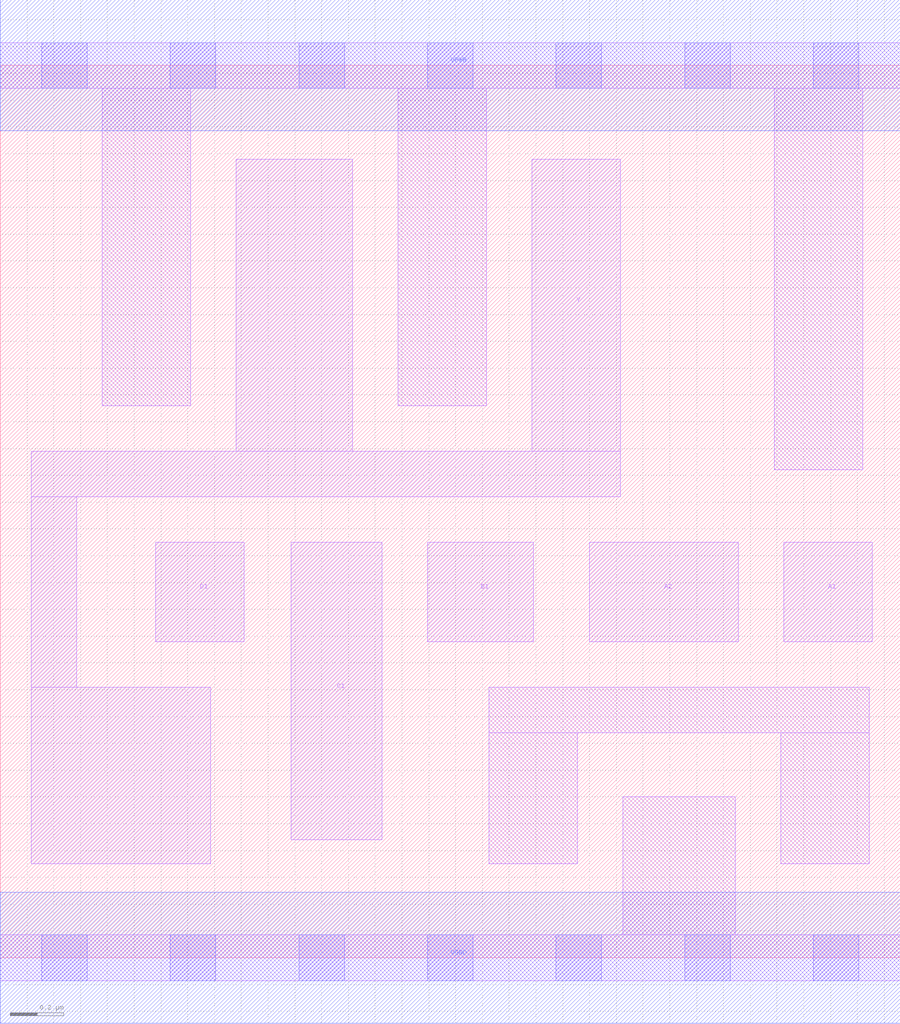
<source format=lef>
# Copyright 2020 The SkyWater PDK Authors
#
# Licensed under the Apache License, Version 2.0 (the "License");
# you may not use this file except in compliance with the License.
# You may obtain a copy of the License at
#
#     https://www.apache.org/licenses/LICENSE-2.0
#
# Unless required by applicable law or agreed to in writing, software
# distributed under the License is distributed on an "AS IS" BASIS,
# WITHOUT WARRANTIES OR CONDITIONS OF ANY KIND, either express or implied.
# See the License for the specific language governing permissions and
# limitations under the License.
#
# SPDX-License-Identifier: Apache-2.0

VERSION 5.5 ;
NAMESCASESENSITIVE ON ;
BUSBITCHARS "[]" ;
DIVIDERCHAR "/" ;
MACRO sky130_fd_sc_ls__o2111ai_1
  CLASS CORE ;
  SOURCE USER ;
  ORIGIN  0.000000  0.000000 ;
  SIZE  3.360000 BY  3.330000 ;
  SYMMETRY X Y ;
  SITE unit ;
  PIN A1
    ANTENNAGATEAREA  0.279000 ;
    DIRECTION INPUT ;
    USE SIGNAL ;
    PORT
      LAYER li1 ;
        RECT 2.925000 1.180000 3.255000 1.550000 ;
    END
  END A1
  PIN A2
    ANTENNAGATEAREA  0.279000 ;
    DIRECTION INPUT ;
    USE SIGNAL ;
    PORT
      LAYER li1 ;
        RECT 2.200000 1.180000 2.755000 1.550000 ;
    END
  END A2
  PIN B1
    ANTENNAGATEAREA  0.279000 ;
    DIRECTION INPUT ;
    USE SIGNAL ;
    PORT
      LAYER li1 ;
        RECT 1.595000 1.180000 1.990000 1.550000 ;
    END
  END B1
  PIN C1
    ANTENNAGATEAREA  0.279000 ;
    DIRECTION INPUT ;
    USE SIGNAL ;
    PORT
      LAYER li1 ;
        RECT 1.085000 0.440000 1.425000 1.550000 ;
    END
  END C1
  PIN D1
    ANTENNAGATEAREA  0.279000 ;
    DIRECTION INPUT ;
    USE SIGNAL ;
    PORT
      LAYER li1 ;
        RECT 0.580000 1.180000 0.910000 1.550000 ;
    END
  END D1
  PIN Y
    ANTENNADIFFAREA  1.162500 ;
    DIRECTION OUTPUT ;
    USE SIGNAL ;
    PORT
      LAYER li1 ;
        RECT 0.115000 0.350000 0.785000 1.010000 ;
        RECT 0.115000 1.010000 0.285000 1.720000 ;
        RECT 0.115000 1.720000 2.315000 1.890000 ;
        RECT 0.880000 1.890000 1.315000 2.980000 ;
        RECT 1.985000 1.890000 2.315000 2.980000 ;
    END
  END Y
  PIN VGND
    DIRECTION INOUT ;
    SHAPE ABUTMENT ;
    USE GROUND ;
    PORT
      LAYER met1 ;
        RECT 0.000000 -0.245000 3.360000 0.245000 ;
    END
  END VGND
  PIN VNB
    DIRECTION INOUT ;
    USE GROUND ;
    PORT
    END
  END VNB
  PIN VPB
    DIRECTION INOUT ;
    USE POWER ;
    PORT
    END
  END VPB
  PIN VPWR
    DIRECTION INOUT ;
    SHAPE ABUTMENT ;
    USE POWER ;
    PORT
      LAYER met1 ;
        RECT 0.000000 3.085000 3.360000 3.575000 ;
    END
  END VPWR
  OBS
    LAYER li1 ;
      RECT 0.000000 -0.085000 3.360000 0.085000 ;
      RECT 0.000000  3.245000 3.360000 3.415000 ;
      RECT 0.380000  2.060000 0.710000 3.245000 ;
      RECT 1.485000  2.060000 1.815000 3.245000 ;
      RECT 1.825000  0.350000 2.155000 0.840000 ;
      RECT 1.825000  0.840000 3.245000 1.010000 ;
      RECT 2.325000  0.085000 2.745000 0.600000 ;
      RECT 2.890000  1.820000 3.220000 3.245000 ;
      RECT 2.915000  0.350000 3.245000 0.840000 ;
    LAYER mcon ;
      RECT 0.155000 -0.085000 0.325000 0.085000 ;
      RECT 0.155000  3.245000 0.325000 3.415000 ;
      RECT 0.635000 -0.085000 0.805000 0.085000 ;
      RECT 0.635000  3.245000 0.805000 3.415000 ;
      RECT 1.115000 -0.085000 1.285000 0.085000 ;
      RECT 1.115000  3.245000 1.285000 3.415000 ;
      RECT 1.595000 -0.085000 1.765000 0.085000 ;
      RECT 1.595000  3.245000 1.765000 3.415000 ;
      RECT 2.075000 -0.085000 2.245000 0.085000 ;
      RECT 2.075000  3.245000 2.245000 3.415000 ;
      RECT 2.555000 -0.085000 2.725000 0.085000 ;
      RECT 2.555000  3.245000 2.725000 3.415000 ;
      RECT 3.035000 -0.085000 3.205000 0.085000 ;
      RECT 3.035000  3.245000 3.205000 3.415000 ;
  END
END sky130_fd_sc_ls__o2111ai_1
END LIBRARY

</source>
